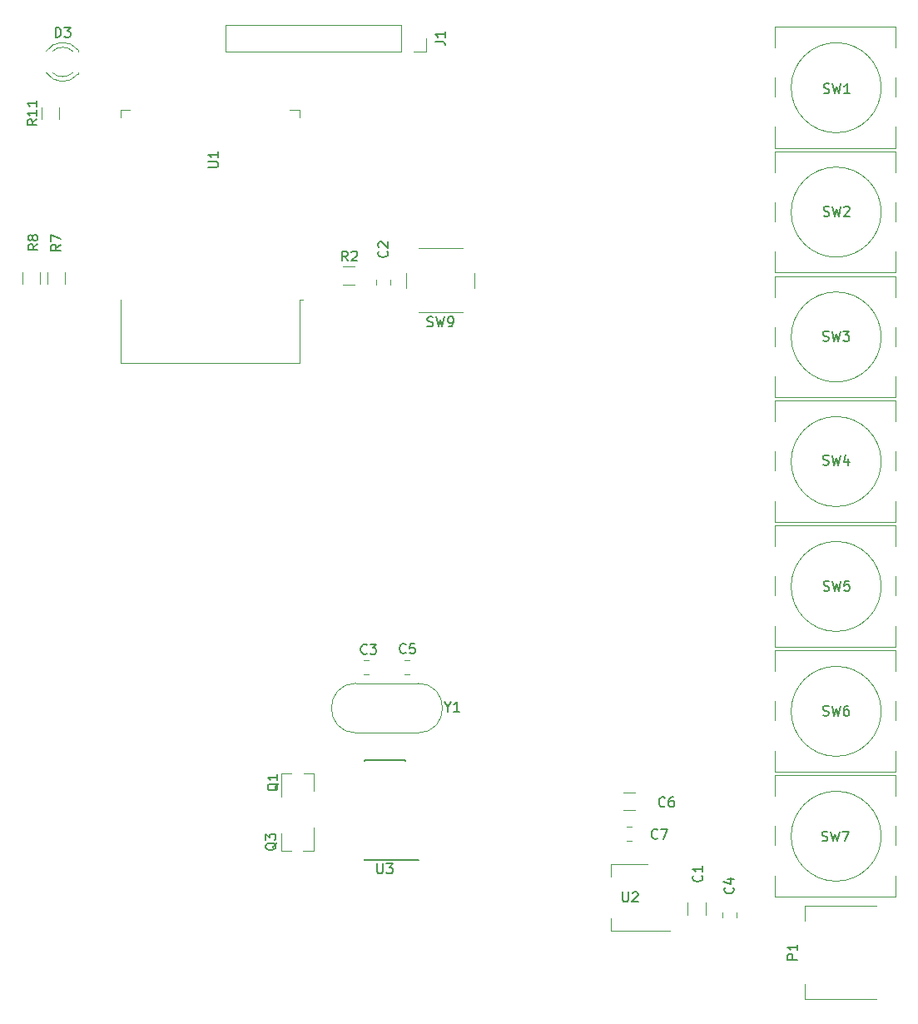
<source format=gbr>
%TF.GenerationSoftware,KiCad,Pcbnew,5.1.2*%
%TF.CreationDate,2019-07-09T23:39:58+10:00*%
%TF.ProjectId,eNo,654e6f2e-6b69-4636-9164-5f7063625858,rev?*%
%TF.SameCoordinates,Original*%
%TF.FileFunction,Legend,Top*%
%TF.FilePolarity,Positive*%
%FSLAX46Y46*%
G04 Gerber Fmt 4.6, Leading zero omitted, Abs format (unit mm)*
G04 Created by KiCad (PCBNEW 5.1.2) date 2019-07-09 23:39:58*
%MOMM*%
%LPD*%
G04 APERTURE LIST*
%ADD10C,0.120000*%
%ADD11C,0.150000*%
G04 APERTURE END LIST*
D10*
X206974000Y-153594000D02*
X206974000Y-152094000D01*
X206974000Y-153594000D02*
X214234000Y-153594000D01*
X206974000Y-144094000D02*
X214234000Y-144094000D01*
X206974000Y-145594000D02*
X206974000Y-144094000D01*
X214717050Y-73562200D02*
G75*
G03X214717050Y-73562200I-4579050J0D01*
G01*
X203888000Y-69492200D02*
X203888000Y-67372200D01*
X203888000Y-67372200D02*
X216188000Y-67372200D01*
X216188000Y-67372200D02*
X216188000Y-69492200D01*
X216188000Y-72552200D02*
X216188000Y-74492200D01*
X216188000Y-77552200D02*
X216188000Y-79672200D01*
X216188000Y-79672200D02*
X203888000Y-79672200D01*
X203888000Y-79672200D02*
X203888000Y-77552200D01*
X203888000Y-74492200D02*
X203888000Y-72552200D01*
X129900000Y-80866064D02*
X129900000Y-79661936D01*
X131720000Y-80866064D02*
X131720000Y-79661936D01*
X129772665Y-59371608D02*
G75*
G03X133005000Y-59528516I1672335J1078608D01*
G01*
X129772665Y-57214392D02*
G75*
G02X133005000Y-57057484I1672335J-1078608D01*
G01*
X130403870Y-59372837D02*
G75*
G03X132485961Y-59373000I1041130J1079837D01*
G01*
X130403870Y-57213163D02*
G75*
G02X132485961Y-57213000I1041130J-1079837D01*
G01*
X133005000Y-59529000D02*
X133005000Y-59373000D01*
X133005000Y-57213000D02*
X133005000Y-57057000D01*
X165862000Y-54550000D02*
X165862000Y-57210000D01*
X165862000Y-54550000D02*
X148022000Y-54550000D01*
X148022000Y-54550000D02*
X148022000Y-57210000D01*
X165862000Y-57210000D02*
X148022000Y-57210000D01*
X168462000Y-57210000D02*
X167132000Y-57210000D01*
X168462000Y-55880000D02*
X168462000Y-57210000D01*
X131110400Y-64102064D02*
X131110400Y-62897936D01*
X129290400Y-64102064D02*
X129290400Y-62897936D01*
X203888000Y-61843000D02*
X203888000Y-59903000D01*
X203888000Y-67023000D02*
X203888000Y-64903000D01*
X216188000Y-67023000D02*
X203888000Y-67023000D01*
X216188000Y-64903000D02*
X216188000Y-67023000D01*
X216188000Y-59903000D02*
X216188000Y-61843000D01*
X216188000Y-54723000D02*
X216188000Y-56843000D01*
X203888000Y-54723000D02*
X216188000Y-54723000D01*
X203888000Y-56843000D02*
X203888000Y-54723000D01*
X214717050Y-60913000D02*
G75*
G03X214717050Y-60913000I-4579050J0D01*
G01*
X203888000Y-87192200D02*
X203888000Y-85252200D01*
X203888000Y-92372200D02*
X203888000Y-90252200D01*
X216188000Y-92372200D02*
X203888000Y-92372200D01*
X216188000Y-90252200D02*
X216188000Y-92372200D01*
X216188000Y-85252200D02*
X216188000Y-87192200D01*
X216188000Y-80072200D02*
X216188000Y-82192200D01*
X203888000Y-80072200D02*
X216188000Y-80072200D01*
X203888000Y-82192200D02*
X203888000Y-80072200D01*
X214717050Y-86262200D02*
G75*
G03X214717050Y-86262200I-4579050J0D01*
G01*
X214717050Y-98933000D02*
G75*
G03X214717050Y-98933000I-4579050J0D01*
G01*
X203888000Y-94863000D02*
X203888000Y-92743000D01*
X203888000Y-92743000D02*
X216188000Y-92743000D01*
X216188000Y-92743000D02*
X216188000Y-94863000D01*
X216188000Y-97923000D02*
X216188000Y-99863000D01*
X216188000Y-102923000D02*
X216188000Y-105043000D01*
X216188000Y-105043000D02*
X203888000Y-105043000D01*
X203888000Y-105043000D02*
X203888000Y-102923000D01*
X203888000Y-99863000D02*
X203888000Y-97923000D01*
X203888000Y-112563000D02*
X203888000Y-110623000D01*
X203888000Y-117743000D02*
X203888000Y-115623000D01*
X216188000Y-117743000D02*
X203888000Y-117743000D01*
X216188000Y-115623000D02*
X216188000Y-117743000D01*
X216188000Y-110623000D02*
X216188000Y-112563000D01*
X216188000Y-105443000D02*
X216188000Y-107563000D01*
X203888000Y-105443000D02*
X216188000Y-105443000D01*
X203888000Y-107563000D02*
X203888000Y-105443000D01*
X214717050Y-111633000D02*
G75*
G03X214717050Y-111633000I-4579050J0D01*
G01*
X214717050Y-124333000D02*
G75*
G03X214717050Y-124333000I-4579050J0D01*
G01*
X203888000Y-120263000D02*
X203888000Y-118143000D01*
X203888000Y-118143000D02*
X216188000Y-118143000D01*
X216188000Y-118143000D02*
X216188000Y-120263000D01*
X216188000Y-123323000D02*
X216188000Y-125263000D01*
X216188000Y-128323000D02*
X216188000Y-130443000D01*
X216188000Y-130443000D02*
X203888000Y-130443000D01*
X203888000Y-130443000D02*
X203888000Y-128323000D01*
X203888000Y-125263000D02*
X203888000Y-123323000D01*
X203888000Y-137963000D02*
X203888000Y-136023000D01*
X203888000Y-143143000D02*
X203888000Y-141023000D01*
X216188000Y-143143000D02*
X203888000Y-143143000D01*
X216188000Y-141023000D02*
X216188000Y-143143000D01*
X216188000Y-136023000D02*
X216188000Y-137963000D01*
X216188000Y-130843000D02*
X216188000Y-132963000D01*
X203888000Y-130843000D02*
X216188000Y-130843000D01*
X203888000Y-132963000D02*
X203888000Y-130843000D01*
X214717050Y-137033000D02*
G75*
G03X214717050Y-137033000I-4579050J0D01*
G01*
X155551000Y-63925000D02*
X155551000Y-63145000D01*
X155551000Y-63145000D02*
X154551000Y-63145000D01*
X137311000Y-63925000D02*
X137311000Y-63145000D01*
X137311000Y-63145000D02*
X138311000Y-63145000D01*
X155551000Y-88890000D02*
X137311000Y-88890000D01*
X137311000Y-88890000D02*
X137311000Y-82470000D01*
X155551000Y-88890000D02*
X155551000Y-82470000D01*
X155551000Y-82470000D02*
X155931000Y-82470000D01*
X196871000Y-143796936D02*
X196871000Y-145001064D01*
X195051000Y-143796936D02*
X195051000Y-145001064D01*
X164743200Y-80409148D02*
X164743200Y-80931652D01*
X163323200Y-80409148D02*
X163323200Y-80931652D01*
X162618052Y-120547200D02*
X162095548Y-120547200D01*
X162618052Y-119127200D02*
X162095548Y-119127200D01*
X198553000Y-144772748D02*
X198553000Y-145295252D01*
X199973000Y-144772748D02*
X199973000Y-145295252D01*
X166732852Y-119127200D02*
X166210348Y-119127200D01*
X166732852Y-120547200D02*
X166210348Y-120547200D01*
X189705064Y-132567000D02*
X188500936Y-132567000D01*
X189705064Y-134387000D02*
X188500936Y-134387000D01*
X189364252Y-137489000D02*
X188841748Y-137489000D01*
X189364252Y-136069000D02*
X188841748Y-136069000D01*
X156996400Y-130622000D02*
X155946400Y-130622000D01*
X156996400Y-132422000D02*
X156996400Y-130622000D01*
X153696400Y-130622000D02*
X154746400Y-130622000D01*
X153696400Y-133022000D02*
X153696400Y-130622000D01*
X156983700Y-136155500D02*
X156983700Y-138555500D01*
X156983700Y-138555500D02*
X155933700Y-138555500D01*
X153683700Y-136755500D02*
X153683700Y-138555500D01*
X153683700Y-138555500D02*
X154733700Y-138555500D01*
X161130064Y-80920000D02*
X159925936Y-80920000D01*
X161130064Y-79100000D02*
X159925936Y-79100000D01*
X129180000Y-80866064D02*
X129180000Y-79661936D01*
X127360000Y-80866064D02*
X127360000Y-79661936D01*
X172126400Y-77253200D02*
X167626400Y-77253200D01*
X173376400Y-81253200D02*
X173376400Y-79753200D01*
X167626400Y-83753200D02*
X172126400Y-83753200D01*
X166376400Y-79753200D02*
X166376400Y-81253200D01*
X187193000Y-139846000D02*
X187193000Y-141106000D01*
X187193000Y-146666000D02*
X187193000Y-145406000D01*
X190953000Y-139846000D02*
X187193000Y-139846000D01*
X193203000Y-146666000D02*
X187193000Y-146666000D01*
D11*
X166286000Y-139441000D02*
X166286000Y-139416000D01*
X162136000Y-139441000D02*
X162136000Y-139336000D01*
X162136000Y-129291000D02*
X162136000Y-129396000D01*
X166286000Y-129291000D02*
X166286000Y-129396000D01*
X166286000Y-139441000D02*
X162136000Y-139441000D01*
X166286000Y-129291000D02*
X162136000Y-129291000D01*
X166286000Y-139416000D02*
X167661000Y-139416000D01*
D10*
X161316200Y-121477800D02*
X167566200Y-121477800D01*
X161316200Y-126527800D02*
X167566200Y-126527800D01*
X161316200Y-126527800D02*
G75*
G02X161316200Y-121477800I0J2525000D01*
G01*
X167566200Y-126527800D02*
G75*
G03X167566200Y-121477800I0J2525000D01*
G01*
D11*
X206192380Y-149582095D02*
X205192380Y-149582095D01*
X205192380Y-149201142D01*
X205240000Y-149105904D01*
X205287619Y-149058285D01*
X205382857Y-149010666D01*
X205525714Y-149010666D01*
X205620952Y-149058285D01*
X205668571Y-149105904D01*
X205716190Y-149201142D01*
X205716190Y-149582095D01*
X206192380Y-148058285D02*
X206192380Y-148629714D01*
X206192380Y-148344000D02*
X205192380Y-148344000D01*
X205335238Y-148439238D01*
X205430476Y-148534476D01*
X205478095Y-148629714D01*
X208855466Y-73937761D02*
X208998323Y-73985380D01*
X209236419Y-73985380D01*
X209331657Y-73937761D01*
X209379276Y-73890142D01*
X209426895Y-73794904D01*
X209426895Y-73699666D01*
X209379276Y-73604428D01*
X209331657Y-73556809D01*
X209236419Y-73509190D01*
X209045942Y-73461571D01*
X208950704Y-73413952D01*
X208903085Y-73366333D01*
X208855466Y-73271095D01*
X208855466Y-73175857D01*
X208903085Y-73080619D01*
X208950704Y-73033000D01*
X209045942Y-72985380D01*
X209284038Y-72985380D01*
X209426895Y-73033000D01*
X209760228Y-72985380D02*
X209998323Y-73985380D01*
X210188800Y-73271095D01*
X210379276Y-73985380D01*
X210617371Y-72985380D01*
X210950704Y-73080619D02*
X210998323Y-73033000D01*
X211093561Y-72985380D01*
X211331657Y-72985380D01*
X211426895Y-73033000D01*
X211474514Y-73080619D01*
X211522133Y-73175857D01*
X211522133Y-73271095D01*
X211474514Y-73413952D01*
X210903085Y-73985380D01*
X211522133Y-73985380D01*
X131262380Y-76874666D02*
X130786190Y-77208000D01*
X131262380Y-77446095D02*
X130262380Y-77446095D01*
X130262380Y-77065142D01*
X130310000Y-76969904D01*
X130357619Y-76922285D01*
X130452857Y-76874666D01*
X130595714Y-76874666D01*
X130690952Y-76922285D01*
X130738571Y-76969904D01*
X130786190Y-77065142D01*
X130786190Y-77446095D01*
X130262380Y-76541333D02*
X130262380Y-75874666D01*
X131262380Y-76303238D01*
X130706904Y-55773580D02*
X130706904Y-54773580D01*
X130945000Y-54773580D01*
X131087857Y-54821200D01*
X131183095Y-54916438D01*
X131230714Y-55011676D01*
X131278333Y-55202152D01*
X131278333Y-55345009D01*
X131230714Y-55535485D01*
X131183095Y-55630723D01*
X131087857Y-55725961D01*
X130945000Y-55773580D01*
X130706904Y-55773580D01*
X131611666Y-54773580D02*
X132230714Y-54773580D01*
X131897380Y-55154533D01*
X132040238Y-55154533D01*
X132135476Y-55202152D01*
X132183095Y-55249771D01*
X132230714Y-55345009D01*
X132230714Y-55583104D01*
X132183095Y-55678342D01*
X132135476Y-55725961D01*
X132040238Y-55773580D01*
X131754523Y-55773580D01*
X131659285Y-55725961D01*
X131611666Y-55678342D01*
X169354380Y-56213333D02*
X170068666Y-56213333D01*
X170211523Y-56260952D01*
X170306761Y-56356190D01*
X170354380Y-56499047D01*
X170354380Y-56594285D01*
X170354380Y-55213333D02*
X170354380Y-55784761D01*
X170354380Y-55499047D02*
X169354380Y-55499047D01*
X169497238Y-55594285D01*
X169592476Y-55689523D01*
X169640095Y-55784761D01*
X128832780Y-64142857D02*
X128356590Y-64476190D01*
X128832780Y-64714285D02*
X127832780Y-64714285D01*
X127832780Y-64333333D01*
X127880400Y-64238095D01*
X127928019Y-64190476D01*
X128023257Y-64142857D01*
X128166114Y-64142857D01*
X128261352Y-64190476D01*
X128308971Y-64238095D01*
X128356590Y-64333333D01*
X128356590Y-64714285D01*
X128832780Y-63190476D02*
X128832780Y-63761904D01*
X128832780Y-63476190D02*
X127832780Y-63476190D01*
X127975638Y-63571428D01*
X128070876Y-63666666D01*
X128118495Y-63761904D01*
X128832780Y-62238095D02*
X128832780Y-62809523D01*
X128832780Y-62523809D02*
X127832780Y-62523809D01*
X127975638Y-62619047D01*
X128070876Y-62714285D01*
X128118495Y-62809523D01*
X208855466Y-61440961D02*
X208998323Y-61488580D01*
X209236419Y-61488580D01*
X209331657Y-61440961D01*
X209379276Y-61393342D01*
X209426895Y-61298104D01*
X209426895Y-61202866D01*
X209379276Y-61107628D01*
X209331657Y-61060009D01*
X209236419Y-61012390D01*
X209045942Y-60964771D01*
X208950704Y-60917152D01*
X208903085Y-60869533D01*
X208855466Y-60774295D01*
X208855466Y-60679057D01*
X208903085Y-60583819D01*
X208950704Y-60536200D01*
X209045942Y-60488580D01*
X209284038Y-60488580D01*
X209426895Y-60536200D01*
X209760228Y-60488580D02*
X209998323Y-61488580D01*
X210188800Y-60774295D01*
X210379276Y-61488580D01*
X210617371Y-60488580D01*
X211522133Y-61488580D02*
X210950704Y-61488580D01*
X211236419Y-61488580D02*
X211236419Y-60488580D01*
X211141180Y-60631438D01*
X211045942Y-60726676D01*
X210950704Y-60774295D01*
X208804666Y-86637761D02*
X208947523Y-86685380D01*
X209185619Y-86685380D01*
X209280857Y-86637761D01*
X209328476Y-86590142D01*
X209376095Y-86494904D01*
X209376095Y-86399666D01*
X209328476Y-86304428D01*
X209280857Y-86256809D01*
X209185619Y-86209190D01*
X208995142Y-86161571D01*
X208899904Y-86113952D01*
X208852285Y-86066333D01*
X208804666Y-85971095D01*
X208804666Y-85875857D01*
X208852285Y-85780619D01*
X208899904Y-85733000D01*
X208995142Y-85685380D01*
X209233238Y-85685380D01*
X209376095Y-85733000D01*
X209709428Y-85685380D02*
X209947523Y-86685380D01*
X210138000Y-85971095D01*
X210328476Y-86685380D01*
X210566571Y-85685380D01*
X210852285Y-85685380D02*
X211471333Y-85685380D01*
X211138000Y-86066333D01*
X211280857Y-86066333D01*
X211376095Y-86113952D01*
X211423714Y-86161571D01*
X211471333Y-86256809D01*
X211471333Y-86494904D01*
X211423714Y-86590142D01*
X211376095Y-86637761D01*
X211280857Y-86685380D01*
X210995142Y-86685380D01*
X210899904Y-86637761D01*
X210852285Y-86590142D01*
X208804666Y-99236161D02*
X208947523Y-99283780D01*
X209185619Y-99283780D01*
X209280857Y-99236161D01*
X209328476Y-99188542D01*
X209376095Y-99093304D01*
X209376095Y-98998066D01*
X209328476Y-98902828D01*
X209280857Y-98855209D01*
X209185619Y-98807590D01*
X208995142Y-98759971D01*
X208899904Y-98712352D01*
X208852285Y-98664733D01*
X208804666Y-98569495D01*
X208804666Y-98474257D01*
X208852285Y-98379019D01*
X208899904Y-98331400D01*
X208995142Y-98283780D01*
X209233238Y-98283780D01*
X209376095Y-98331400D01*
X209709428Y-98283780D02*
X209947523Y-99283780D01*
X210138000Y-98569495D01*
X210328476Y-99283780D01*
X210566571Y-98283780D01*
X211376095Y-98617114D02*
X211376095Y-99283780D01*
X211138000Y-98236161D02*
X210899904Y-98950447D01*
X211518952Y-98950447D01*
X208855466Y-112037761D02*
X208998323Y-112085380D01*
X209236419Y-112085380D01*
X209331657Y-112037761D01*
X209379276Y-111990142D01*
X209426895Y-111894904D01*
X209426895Y-111799666D01*
X209379276Y-111704428D01*
X209331657Y-111656809D01*
X209236419Y-111609190D01*
X209045942Y-111561571D01*
X208950704Y-111513952D01*
X208903085Y-111466333D01*
X208855466Y-111371095D01*
X208855466Y-111275857D01*
X208903085Y-111180619D01*
X208950704Y-111133000D01*
X209045942Y-111085380D01*
X209284038Y-111085380D01*
X209426895Y-111133000D01*
X209760228Y-111085380D02*
X209998323Y-112085380D01*
X210188800Y-111371095D01*
X210379276Y-112085380D01*
X210617371Y-111085380D01*
X211474514Y-111085380D02*
X210998323Y-111085380D01*
X210950704Y-111561571D01*
X210998323Y-111513952D01*
X211093561Y-111466333D01*
X211331657Y-111466333D01*
X211426895Y-111513952D01*
X211474514Y-111561571D01*
X211522133Y-111656809D01*
X211522133Y-111894904D01*
X211474514Y-111990142D01*
X211426895Y-112037761D01*
X211331657Y-112085380D01*
X211093561Y-112085380D01*
X210998323Y-112037761D01*
X210950704Y-111990142D01*
X208804666Y-124737761D02*
X208947523Y-124785380D01*
X209185619Y-124785380D01*
X209280857Y-124737761D01*
X209328476Y-124690142D01*
X209376095Y-124594904D01*
X209376095Y-124499666D01*
X209328476Y-124404428D01*
X209280857Y-124356809D01*
X209185619Y-124309190D01*
X208995142Y-124261571D01*
X208899904Y-124213952D01*
X208852285Y-124166333D01*
X208804666Y-124071095D01*
X208804666Y-123975857D01*
X208852285Y-123880619D01*
X208899904Y-123833000D01*
X208995142Y-123785380D01*
X209233238Y-123785380D01*
X209376095Y-123833000D01*
X209709428Y-123785380D02*
X209947523Y-124785380D01*
X210138000Y-124071095D01*
X210328476Y-124785380D01*
X210566571Y-123785380D01*
X211376095Y-123785380D02*
X211185619Y-123785380D01*
X211090380Y-123833000D01*
X211042761Y-123880619D01*
X210947523Y-124023476D01*
X210899904Y-124213952D01*
X210899904Y-124594904D01*
X210947523Y-124690142D01*
X210995142Y-124737761D01*
X211090380Y-124785380D01*
X211280857Y-124785380D01*
X211376095Y-124737761D01*
X211423714Y-124690142D01*
X211471333Y-124594904D01*
X211471333Y-124356809D01*
X211423714Y-124261571D01*
X211376095Y-124213952D01*
X211280857Y-124166333D01*
X211090380Y-124166333D01*
X210995142Y-124213952D01*
X210947523Y-124261571D01*
X210899904Y-124356809D01*
X208703066Y-137488561D02*
X208845923Y-137536180D01*
X209084019Y-137536180D01*
X209179257Y-137488561D01*
X209226876Y-137440942D01*
X209274495Y-137345704D01*
X209274495Y-137250466D01*
X209226876Y-137155228D01*
X209179257Y-137107609D01*
X209084019Y-137059990D01*
X208893542Y-137012371D01*
X208798304Y-136964752D01*
X208750685Y-136917133D01*
X208703066Y-136821895D01*
X208703066Y-136726657D01*
X208750685Y-136631419D01*
X208798304Y-136583800D01*
X208893542Y-136536180D01*
X209131638Y-136536180D01*
X209274495Y-136583800D01*
X209607828Y-136536180D02*
X209845923Y-137536180D01*
X210036400Y-136821895D01*
X210226876Y-137536180D01*
X210464971Y-136536180D01*
X210750685Y-136536180D02*
X211417352Y-136536180D01*
X210988780Y-137536180D01*
X146264380Y-68986304D02*
X147073904Y-68986304D01*
X147169142Y-68938685D01*
X147216761Y-68891066D01*
X147264380Y-68795828D01*
X147264380Y-68605352D01*
X147216761Y-68510114D01*
X147169142Y-68462495D01*
X147073904Y-68414876D01*
X146264380Y-68414876D01*
X147264380Y-67414876D02*
X147264380Y-67986304D01*
X147264380Y-67700590D02*
X146264380Y-67700590D01*
X146407238Y-67795828D01*
X146502476Y-67891066D01*
X146550095Y-67986304D01*
X196445142Y-141035066D02*
X196492761Y-141082685D01*
X196540380Y-141225542D01*
X196540380Y-141320780D01*
X196492761Y-141463638D01*
X196397523Y-141558876D01*
X196302285Y-141606495D01*
X196111809Y-141654114D01*
X195968952Y-141654114D01*
X195778476Y-141606495D01*
X195683238Y-141558876D01*
X195588000Y-141463638D01*
X195540380Y-141320780D01*
X195540380Y-141225542D01*
X195588000Y-141082685D01*
X195635619Y-141035066D01*
X196540380Y-140082685D02*
X196540380Y-140654114D01*
X196540380Y-140368400D02*
X195540380Y-140368400D01*
X195683238Y-140463638D01*
X195778476Y-140558876D01*
X195826095Y-140654114D01*
X164441142Y-77535066D02*
X164488761Y-77582685D01*
X164536380Y-77725542D01*
X164536380Y-77820780D01*
X164488761Y-77963638D01*
X164393523Y-78058876D01*
X164298285Y-78106495D01*
X164107809Y-78154114D01*
X163964952Y-78154114D01*
X163774476Y-78106495D01*
X163679238Y-78058876D01*
X163584000Y-77963638D01*
X163536380Y-77820780D01*
X163536380Y-77725542D01*
X163584000Y-77582685D01*
X163631619Y-77535066D01*
X163631619Y-77154114D02*
X163584000Y-77106495D01*
X163536380Y-77011257D01*
X163536380Y-76773161D01*
X163584000Y-76677923D01*
X163631619Y-76630304D01*
X163726857Y-76582685D01*
X163822095Y-76582685D01*
X163964952Y-76630304D01*
X164536380Y-77201733D01*
X164536380Y-76582685D01*
X162393333Y-118416342D02*
X162345714Y-118463961D01*
X162202857Y-118511580D01*
X162107619Y-118511580D01*
X161964761Y-118463961D01*
X161869523Y-118368723D01*
X161821904Y-118273485D01*
X161774285Y-118083009D01*
X161774285Y-117940152D01*
X161821904Y-117749676D01*
X161869523Y-117654438D01*
X161964761Y-117559200D01*
X162107619Y-117511580D01*
X162202857Y-117511580D01*
X162345714Y-117559200D01*
X162393333Y-117606819D01*
X162726666Y-117511580D02*
X163345714Y-117511580D01*
X163012380Y-117892533D01*
X163155238Y-117892533D01*
X163250476Y-117940152D01*
X163298095Y-117987771D01*
X163345714Y-118083009D01*
X163345714Y-118321104D01*
X163298095Y-118416342D01*
X163250476Y-118463961D01*
X163155238Y-118511580D01*
X162869523Y-118511580D01*
X162774285Y-118463961D01*
X162726666Y-118416342D01*
X199645542Y-142254266D02*
X199693161Y-142301885D01*
X199740780Y-142444742D01*
X199740780Y-142539980D01*
X199693161Y-142682838D01*
X199597923Y-142778076D01*
X199502685Y-142825695D01*
X199312209Y-142873314D01*
X199169352Y-142873314D01*
X198978876Y-142825695D01*
X198883638Y-142778076D01*
X198788400Y-142682838D01*
X198740780Y-142539980D01*
X198740780Y-142444742D01*
X198788400Y-142301885D01*
X198836019Y-142254266D01*
X199074114Y-141397123D02*
X199740780Y-141397123D01*
X198693161Y-141635219D02*
X199407447Y-141873314D01*
X199407447Y-141254266D01*
X166355733Y-118365542D02*
X166308114Y-118413161D01*
X166165257Y-118460780D01*
X166070019Y-118460780D01*
X165927161Y-118413161D01*
X165831923Y-118317923D01*
X165784304Y-118222685D01*
X165736685Y-118032209D01*
X165736685Y-117889352D01*
X165784304Y-117698876D01*
X165831923Y-117603638D01*
X165927161Y-117508400D01*
X166070019Y-117460780D01*
X166165257Y-117460780D01*
X166308114Y-117508400D01*
X166355733Y-117556019D01*
X167260495Y-117460780D02*
X166784304Y-117460780D01*
X166736685Y-117936971D01*
X166784304Y-117889352D01*
X166879542Y-117841733D01*
X167117638Y-117841733D01*
X167212876Y-117889352D01*
X167260495Y-117936971D01*
X167308114Y-118032209D01*
X167308114Y-118270304D01*
X167260495Y-118365542D01*
X167212876Y-118413161D01*
X167117638Y-118460780D01*
X166879542Y-118460780D01*
X166784304Y-118413161D01*
X166736685Y-118365542D01*
X192720933Y-133961142D02*
X192673314Y-134008761D01*
X192530457Y-134056380D01*
X192435219Y-134056380D01*
X192292361Y-134008761D01*
X192197123Y-133913523D01*
X192149504Y-133818285D01*
X192101885Y-133627809D01*
X192101885Y-133484952D01*
X192149504Y-133294476D01*
X192197123Y-133199238D01*
X192292361Y-133104000D01*
X192435219Y-133056380D01*
X192530457Y-133056380D01*
X192673314Y-133104000D01*
X192720933Y-133151619D01*
X193578076Y-133056380D02*
X193387600Y-133056380D01*
X193292361Y-133104000D01*
X193244742Y-133151619D01*
X193149504Y-133294476D01*
X193101885Y-133484952D01*
X193101885Y-133865904D01*
X193149504Y-133961142D01*
X193197123Y-134008761D01*
X193292361Y-134056380D01*
X193482838Y-134056380D01*
X193578076Y-134008761D01*
X193625695Y-133961142D01*
X193673314Y-133865904D01*
X193673314Y-133627809D01*
X193625695Y-133532571D01*
X193578076Y-133484952D01*
X193482838Y-133437333D01*
X193292361Y-133437333D01*
X193197123Y-133484952D01*
X193149504Y-133532571D01*
X193101885Y-133627809D01*
X191958933Y-137212342D02*
X191911314Y-137259961D01*
X191768457Y-137307580D01*
X191673219Y-137307580D01*
X191530361Y-137259961D01*
X191435123Y-137164723D01*
X191387504Y-137069485D01*
X191339885Y-136879009D01*
X191339885Y-136736152D01*
X191387504Y-136545676D01*
X191435123Y-136450438D01*
X191530361Y-136355200D01*
X191673219Y-136307580D01*
X191768457Y-136307580D01*
X191911314Y-136355200D01*
X191958933Y-136402819D01*
X192292266Y-136307580D02*
X192958933Y-136307580D01*
X192530361Y-137307580D01*
X153394019Y-131667238D02*
X153346400Y-131762476D01*
X153251161Y-131857714D01*
X153108304Y-132000571D01*
X153060685Y-132095809D01*
X153060685Y-132191047D01*
X153298780Y-132143428D02*
X153251161Y-132238666D01*
X153155923Y-132333904D01*
X152965447Y-132381523D01*
X152632114Y-132381523D01*
X152441638Y-132333904D01*
X152346400Y-132238666D01*
X152298780Y-132143428D01*
X152298780Y-131952952D01*
X152346400Y-131857714D01*
X152441638Y-131762476D01*
X152632114Y-131714857D01*
X152965447Y-131714857D01*
X153155923Y-131762476D01*
X153251161Y-131857714D01*
X153298780Y-131952952D01*
X153298780Y-132143428D01*
X153298780Y-130762476D02*
X153298780Y-131333904D01*
X153298780Y-131048190D02*
X152298780Y-131048190D01*
X152441638Y-131143428D01*
X152536876Y-131238666D01*
X152584495Y-131333904D01*
X153201619Y-137700738D02*
X153154000Y-137795976D01*
X153058761Y-137891214D01*
X152915904Y-138034071D01*
X152868285Y-138129309D01*
X152868285Y-138224547D01*
X153106380Y-138176928D02*
X153058761Y-138272166D01*
X152963523Y-138367404D01*
X152773047Y-138415023D01*
X152439714Y-138415023D01*
X152249238Y-138367404D01*
X152154000Y-138272166D01*
X152106380Y-138176928D01*
X152106380Y-137986452D01*
X152154000Y-137891214D01*
X152249238Y-137795976D01*
X152439714Y-137748357D01*
X152773047Y-137748357D01*
X152963523Y-137795976D01*
X153058761Y-137891214D01*
X153106380Y-137986452D01*
X153106380Y-138176928D01*
X152106380Y-137415023D02*
X152106380Y-136795976D01*
X152487333Y-137129309D01*
X152487333Y-136986452D01*
X152534952Y-136891214D01*
X152582571Y-136843595D01*
X152677809Y-136795976D01*
X152915904Y-136795976D01*
X153011142Y-136843595D01*
X153058761Y-136891214D01*
X153106380Y-136986452D01*
X153106380Y-137272166D01*
X153058761Y-137367404D01*
X153011142Y-137415023D01*
X160462933Y-78531980D02*
X160129600Y-78055790D01*
X159891504Y-78531980D02*
X159891504Y-77531980D01*
X160272457Y-77531980D01*
X160367695Y-77579600D01*
X160415314Y-77627219D01*
X160462933Y-77722457D01*
X160462933Y-77865314D01*
X160415314Y-77960552D01*
X160367695Y-78008171D01*
X160272457Y-78055790D01*
X159891504Y-78055790D01*
X160843885Y-77627219D02*
X160891504Y-77579600D01*
X160986742Y-77531980D01*
X161224838Y-77531980D01*
X161320076Y-77579600D01*
X161367695Y-77627219D01*
X161415314Y-77722457D01*
X161415314Y-77817695D01*
X161367695Y-77960552D01*
X160796266Y-78531980D01*
X161415314Y-78531980D01*
X128925580Y-76823866D02*
X128449390Y-77157200D01*
X128925580Y-77395295D02*
X127925580Y-77395295D01*
X127925580Y-77014342D01*
X127973200Y-76919104D01*
X128020819Y-76871485D01*
X128116057Y-76823866D01*
X128258914Y-76823866D01*
X128354152Y-76871485D01*
X128401771Y-76919104D01*
X128449390Y-77014342D01*
X128449390Y-77395295D01*
X128354152Y-76252438D02*
X128306533Y-76347676D01*
X128258914Y-76395295D01*
X128163676Y-76442914D01*
X128116057Y-76442914D01*
X128020819Y-76395295D01*
X127973200Y-76347676D01*
X127925580Y-76252438D01*
X127925580Y-76061961D01*
X127973200Y-75966723D01*
X128020819Y-75919104D01*
X128116057Y-75871485D01*
X128163676Y-75871485D01*
X128258914Y-75919104D01*
X128306533Y-75966723D01*
X128354152Y-76061961D01*
X128354152Y-76252438D01*
X128401771Y-76347676D01*
X128449390Y-76395295D01*
X128544628Y-76442914D01*
X128735104Y-76442914D01*
X128830342Y-76395295D01*
X128877961Y-76347676D01*
X128925580Y-76252438D01*
X128925580Y-76061961D01*
X128877961Y-75966723D01*
X128830342Y-75919104D01*
X128735104Y-75871485D01*
X128544628Y-75871485D01*
X128449390Y-75919104D01*
X128401771Y-75966723D01*
X128354152Y-76061961D01*
X168543066Y-85157961D02*
X168685923Y-85205580D01*
X168924019Y-85205580D01*
X169019257Y-85157961D01*
X169066876Y-85110342D01*
X169114495Y-85015104D01*
X169114495Y-84919866D01*
X169066876Y-84824628D01*
X169019257Y-84777009D01*
X168924019Y-84729390D01*
X168733542Y-84681771D01*
X168638304Y-84634152D01*
X168590685Y-84586533D01*
X168543066Y-84491295D01*
X168543066Y-84396057D01*
X168590685Y-84300819D01*
X168638304Y-84253200D01*
X168733542Y-84205580D01*
X168971638Y-84205580D01*
X169114495Y-84253200D01*
X169447828Y-84205580D02*
X169685923Y-85205580D01*
X169876400Y-84491295D01*
X170066876Y-85205580D01*
X170304971Y-84205580D01*
X170733542Y-85205580D02*
X170924019Y-85205580D01*
X171019257Y-85157961D01*
X171066876Y-85110342D01*
X171162114Y-84967485D01*
X171209733Y-84777009D01*
X171209733Y-84396057D01*
X171162114Y-84300819D01*
X171114495Y-84253200D01*
X171019257Y-84205580D01*
X170828780Y-84205580D01*
X170733542Y-84253200D01*
X170685923Y-84300819D01*
X170638304Y-84396057D01*
X170638304Y-84634152D01*
X170685923Y-84729390D01*
X170733542Y-84777009D01*
X170828780Y-84824628D01*
X171019257Y-84824628D01*
X171114495Y-84777009D01*
X171162114Y-84729390D01*
X171209733Y-84634152D01*
X188417295Y-142708380D02*
X188417295Y-143517904D01*
X188464914Y-143613142D01*
X188512533Y-143660761D01*
X188607771Y-143708380D01*
X188798247Y-143708380D01*
X188893485Y-143660761D01*
X188941104Y-143613142D01*
X188988723Y-143517904D01*
X188988723Y-142708380D01*
X189417295Y-142803619D02*
X189464914Y-142756000D01*
X189560152Y-142708380D01*
X189798247Y-142708380D01*
X189893485Y-142756000D01*
X189941104Y-142803619D01*
X189988723Y-142898857D01*
X189988723Y-142994095D01*
X189941104Y-143136952D01*
X189369676Y-143708380D01*
X189988723Y-143708380D01*
X163449095Y-139818380D02*
X163449095Y-140627904D01*
X163496714Y-140723142D01*
X163544333Y-140770761D01*
X163639571Y-140818380D01*
X163830047Y-140818380D01*
X163925285Y-140770761D01*
X163972904Y-140723142D01*
X164020523Y-140627904D01*
X164020523Y-139818380D01*
X164401476Y-139818380D02*
X165020523Y-139818380D01*
X164687190Y-140199333D01*
X164830047Y-140199333D01*
X164925285Y-140246952D01*
X164972904Y-140294571D01*
X165020523Y-140389809D01*
X165020523Y-140627904D01*
X164972904Y-140723142D01*
X164925285Y-140770761D01*
X164830047Y-140818380D01*
X164544333Y-140818380D01*
X164449095Y-140770761D01*
X164401476Y-140723142D01*
X170618209Y-123877390D02*
X170618209Y-124353580D01*
X170284876Y-123353580D02*
X170618209Y-123877390D01*
X170951542Y-123353580D01*
X171808685Y-124353580D02*
X171237257Y-124353580D01*
X171522971Y-124353580D02*
X171522971Y-123353580D01*
X171427733Y-123496438D01*
X171332495Y-123591676D01*
X171237257Y-123639295D01*
M02*

</source>
